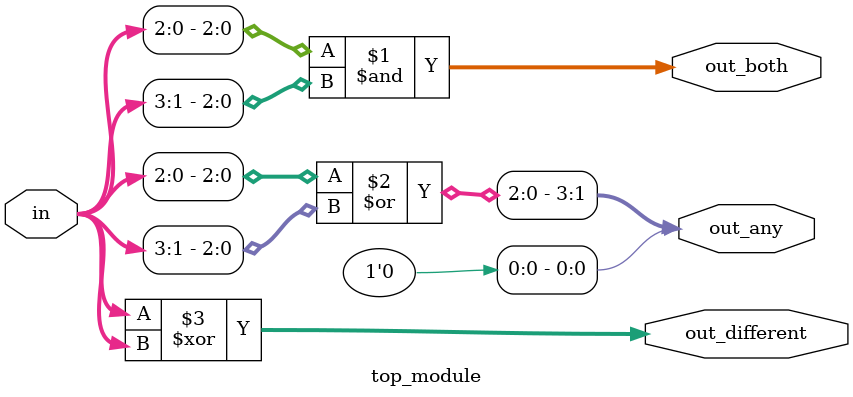
<source format=sv>
module top_module (
    input [3:0] in,
    output [2:0] out_both,
    output [3:0] out_any,
    output [3:0] out_different
);
    assign out_both = in[2:0] & in[3:1];
    assign out_any = {in[2:0] | in[3:1], 1'b0}; // Adding a 0 to match the 4-bit output size
    assign out_different = in ^ {in[3:1], in[0]}; // XOR of the input vector with input[3:1] and input[0] as an exception
endmodule

</source>
